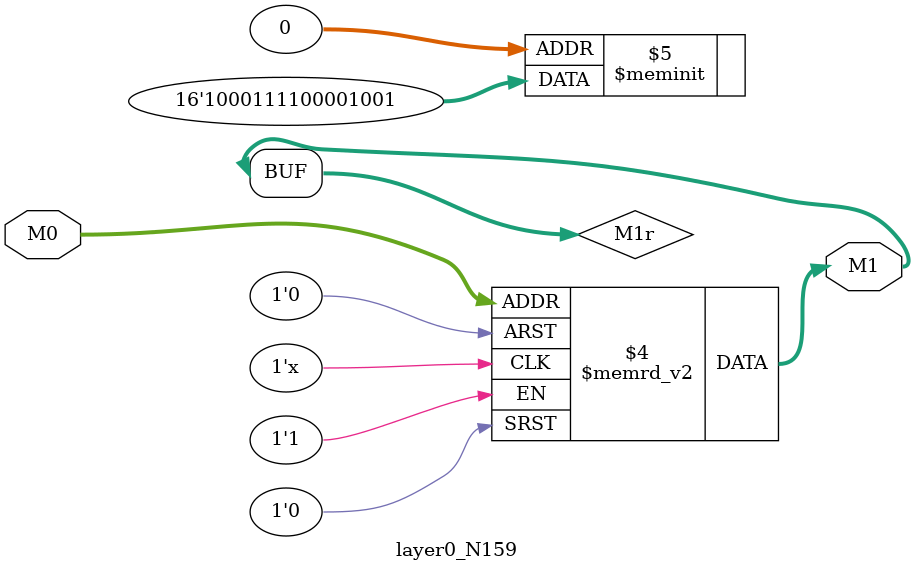
<source format=v>
module layer0_N159 ( input [2:0] M0, output [1:0] M1 );

	(*rom_style = "distributed" *) reg [1:0] M1r;
	assign M1 = M1r;
	always @ (M0) begin
		case (M0)
			3'b000: M1r = 2'b01;
			3'b100: M1r = 2'b11;
			3'b010: M1r = 2'b00;
			3'b110: M1r = 2'b00;
			3'b001: M1r = 2'b10;
			3'b101: M1r = 2'b11;
			3'b011: M1r = 2'b00;
			3'b111: M1r = 2'b10;

		endcase
	end
endmodule

</source>
